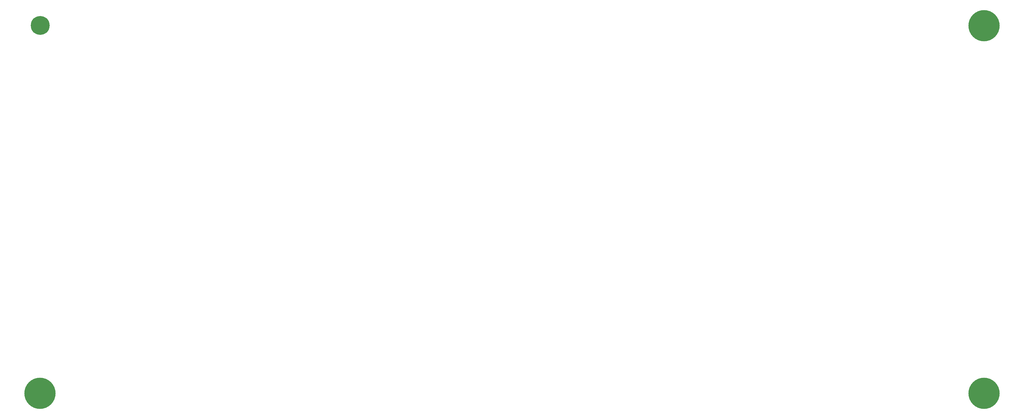
<source format=gbr>
%TF.GenerationSoftware,KiCad,Pcbnew,(6.0.10)*%
%TF.CreationDate,2023-03-07T00:13:01-08:00*%
%TF.ProjectId,fr4 plate,66723420-706c-4617-9465-2e6b69636164,rev?*%
%TF.SameCoordinates,Original*%
%TF.FileFunction,Soldermask,Bot*%
%TF.FilePolarity,Negative*%
%FSLAX46Y46*%
G04 Gerber Fmt 4.6, Leading zero omitted, Abs format (unit mm)*
G04 Created by KiCad (PCBNEW (6.0.10)) date 2023-03-07 00:13:01*
%MOMM*%
%LPD*%
G01*
G04 APERTURE LIST*
%ADD10C,6.400000*%
%ADD11C,10.600000*%
G04 APERTURE END LIST*
D10*
%TO.C,REF\u002A\u002A*%
X371494999Y-72628000D03*
%TD*%
%TO.C,REF\u002A\u002A*%
X371494999Y-197458000D03*
%TD*%
%TO.C,REF\u002A\u002A*%
X51440000Y-197470000D03*
%TD*%
%TO.C,REF\u002A\u002A*%
X51520000Y-72590000D03*
%TD*%
D11*
%TO.C,*%
X371494999Y-72628000D03*
%TD*%
%TO.C,*%
X371494999Y-197458000D03*
%TD*%
%TO.C,*%
X51440000Y-197470000D03*
%TD*%
M02*

</source>
